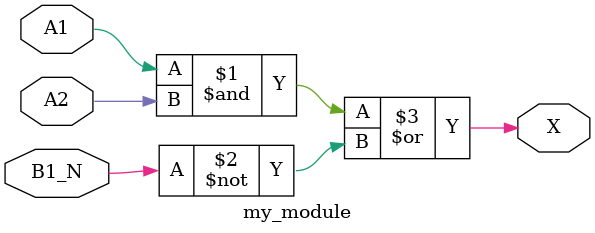
<source format=v>

module my_module (
    X   ,
    A1  ,
    A2  ,
    B1_N
);

    output X   ;
    input  A1  ;
    input  A2  ;
    input  B1_N;

    assign X = (A1 & A2) | ~B1_N;

endmodule

</source>
